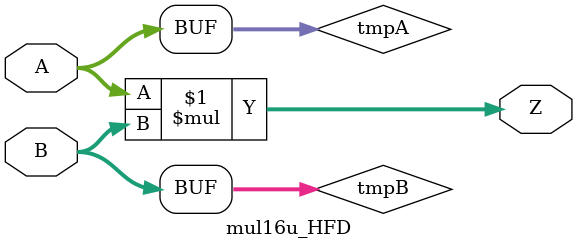
<source format=v>
/***
* This code is a part of EvoApproxLib library (ehw.fit.vutbr.cz/approxlib) distributed under The MIT License.
* When used, please cite the following article(s): PRABAKARAN B. S., MRAZEK V., VASICEK Z., SEKANINA L., SHAFIQUE M. ApproxFPGAs: Embracing ASIC-based Approximate Arithmetic Components for FPGA-Based Systems. DAC 2020. 
***/
// MAE% = 0.00 %
// MAE = 0 
// WCE% = 0.00 %
// WCE = 0 
// WCRE% = 0.00 %
// EP% = 0.00 %
// MRE% = 0.00 %
// MSE = 0 
// FPGA_POWER = 3.4
// FPGA_DELAY = 15
// FPGA_LUT = 292



module mul16u_HFD(
	A, 
	B,
	Z
);

input [16-1:0] A;
input [16-1:0] B;
output [2*16-1:0] Z;

wire [16-1:0] tmpA;
wire [16-1:0] tmpB;
assign tmpA = A;
assign tmpB = B;
assign Z = tmpA * tmpB;
endmodule


</source>
